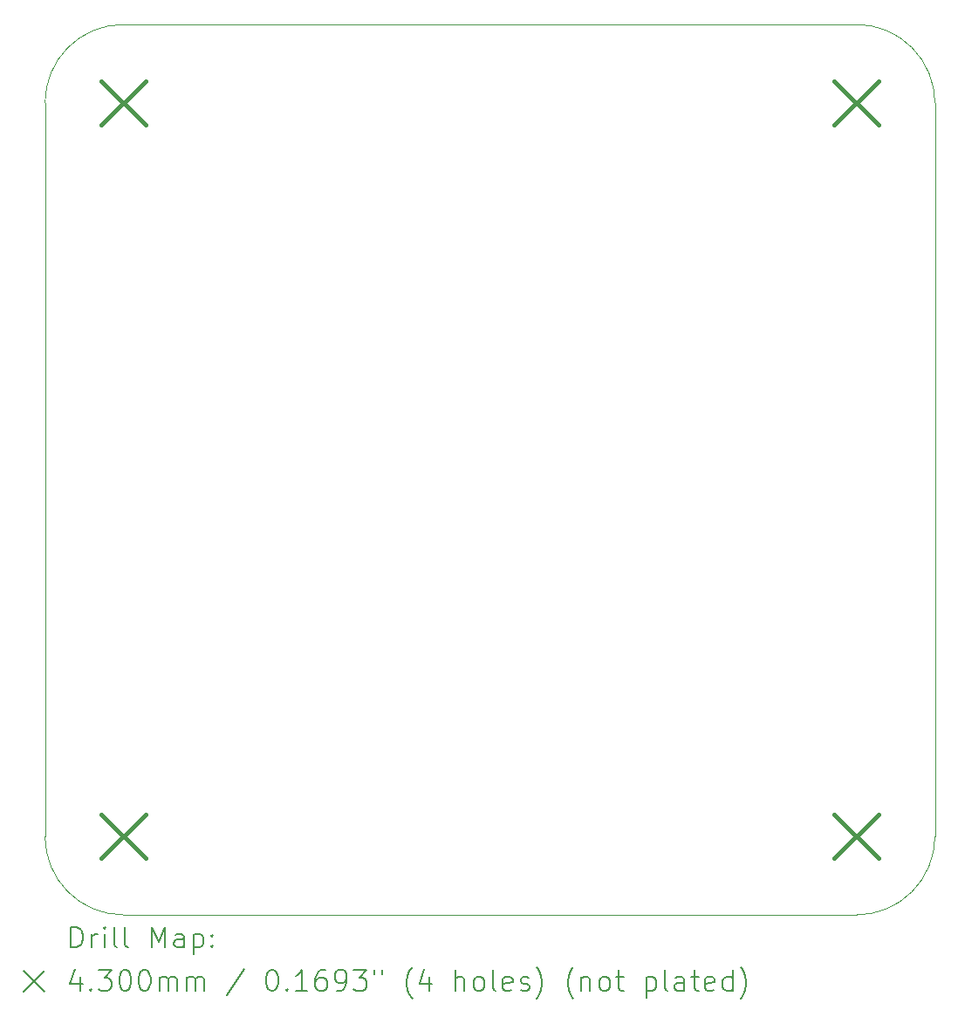
<source format=gbr>
%TF.GenerationSoftware,KiCad,Pcbnew,6.0.11-2627ca5db0~126~ubuntu20.04.1*%
%TF.CreationDate,2023-02-19T14:45:49+01:00*%
%TF.ProjectId,MQTTbug,4d515454-6275-4672-9e6b-696361645f70,rev?*%
%TF.SameCoordinates,Original*%
%TF.FileFunction,Drillmap*%
%TF.FilePolarity,Positive*%
%FSLAX45Y45*%
G04 Gerber Fmt 4.5, Leading zero omitted, Abs format (unit mm)*
G04 Created by KiCad (PCBNEW 6.0.11-2627ca5db0~126~ubuntu20.04.1) date 2023-02-19 14:45:49*
%MOMM*%
%LPD*%
G01*
G04 APERTURE LIST*
%ADD10C,0.100000*%
%ADD11C,0.200000*%
%ADD12C,0.430000*%
G04 APERTURE END LIST*
D10*
X5080000Y-12954000D02*
X5080000Y-5842000D01*
X12954000Y-13716000D02*
G75*
G03*
X13716000Y-12954000I0J762000D01*
G01*
X5842000Y-5080000D02*
G75*
G03*
X5080000Y-5842000I0J-762000D01*
G01*
X5842000Y-5080000D02*
X12954000Y-5080000D01*
X13716000Y-5842000D02*
G75*
G03*
X12954000Y-5080000I-762000J0D01*
G01*
X12954000Y-13716000D02*
X5842000Y-13716000D01*
X5080000Y-12954000D02*
G75*
G03*
X5842000Y-13716000I762000J0D01*
G01*
X13716000Y-5842000D02*
X13716000Y-12954000D01*
D11*
D12*
X5627000Y-5627000D02*
X6057000Y-6057000D01*
X6057000Y-5627000D02*
X5627000Y-6057000D01*
X5627000Y-12739000D02*
X6057000Y-13169000D01*
X6057000Y-12739000D02*
X5627000Y-13169000D01*
X12739000Y-5627000D02*
X13169000Y-6057000D01*
X13169000Y-5627000D02*
X12739000Y-6057000D01*
X12739000Y-12739000D02*
X13169000Y-13169000D01*
X13169000Y-12739000D02*
X12739000Y-13169000D01*
D11*
X5332619Y-14031476D02*
X5332619Y-13831476D01*
X5380238Y-13831476D01*
X5408810Y-13841000D01*
X5427857Y-13860048D01*
X5437381Y-13879095D01*
X5446905Y-13917190D01*
X5446905Y-13945762D01*
X5437381Y-13983857D01*
X5427857Y-14002905D01*
X5408810Y-14021952D01*
X5380238Y-14031476D01*
X5332619Y-14031476D01*
X5532619Y-14031476D02*
X5532619Y-13898143D01*
X5532619Y-13936238D02*
X5542143Y-13917190D01*
X5551667Y-13907667D01*
X5570714Y-13898143D01*
X5589762Y-13898143D01*
X5656428Y-14031476D02*
X5656428Y-13898143D01*
X5656428Y-13831476D02*
X5646905Y-13841000D01*
X5656428Y-13850524D01*
X5665952Y-13841000D01*
X5656428Y-13831476D01*
X5656428Y-13850524D01*
X5780238Y-14031476D02*
X5761190Y-14021952D01*
X5751667Y-14002905D01*
X5751667Y-13831476D01*
X5885000Y-14031476D02*
X5865952Y-14021952D01*
X5856428Y-14002905D01*
X5856428Y-13831476D01*
X6113571Y-14031476D02*
X6113571Y-13831476D01*
X6180238Y-13974333D01*
X6246905Y-13831476D01*
X6246905Y-14031476D01*
X6427857Y-14031476D02*
X6427857Y-13926714D01*
X6418333Y-13907667D01*
X6399286Y-13898143D01*
X6361190Y-13898143D01*
X6342143Y-13907667D01*
X6427857Y-14021952D02*
X6408809Y-14031476D01*
X6361190Y-14031476D01*
X6342143Y-14021952D01*
X6332619Y-14002905D01*
X6332619Y-13983857D01*
X6342143Y-13964809D01*
X6361190Y-13955286D01*
X6408809Y-13955286D01*
X6427857Y-13945762D01*
X6523095Y-13898143D02*
X6523095Y-14098143D01*
X6523095Y-13907667D02*
X6542143Y-13898143D01*
X6580238Y-13898143D01*
X6599286Y-13907667D01*
X6608809Y-13917190D01*
X6618333Y-13936238D01*
X6618333Y-13993381D01*
X6608809Y-14012428D01*
X6599286Y-14021952D01*
X6580238Y-14031476D01*
X6542143Y-14031476D01*
X6523095Y-14021952D01*
X6704048Y-14012428D02*
X6713571Y-14021952D01*
X6704048Y-14031476D01*
X6694524Y-14021952D01*
X6704048Y-14012428D01*
X6704048Y-14031476D01*
X6704048Y-13907667D02*
X6713571Y-13917190D01*
X6704048Y-13926714D01*
X6694524Y-13917190D01*
X6704048Y-13907667D01*
X6704048Y-13926714D01*
X4875000Y-14261000D02*
X5075000Y-14461000D01*
X5075000Y-14261000D02*
X4875000Y-14461000D01*
X5418333Y-14318143D02*
X5418333Y-14451476D01*
X5370714Y-14241952D02*
X5323095Y-14384809D01*
X5446905Y-14384809D01*
X5523095Y-14432428D02*
X5532619Y-14441952D01*
X5523095Y-14451476D01*
X5513571Y-14441952D01*
X5523095Y-14432428D01*
X5523095Y-14451476D01*
X5599286Y-14251476D02*
X5723095Y-14251476D01*
X5656428Y-14327667D01*
X5685000Y-14327667D01*
X5704048Y-14337190D01*
X5713571Y-14346714D01*
X5723095Y-14365762D01*
X5723095Y-14413381D01*
X5713571Y-14432428D01*
X5704048Y-14441952D01*
X5685000Y-14451476D01*
X5627857Y-14451476D01*
X5608809Y-14441952D01*
X5599286Y-14432428D01*
X5846905Y-14251476D02*
X5865952Y-14251476D01*
X5885000Y-14261000D01*
X5894524Y-14270524D01*
X5904048Y-14289571D01*
X5913571Y-14327667D01*
X5913571Y-14375286D01*
X5904048Y-14413381D01*
X5894524Y-14432428D01*
X5885000Y-14441952D01*
X5865952Y-14451476D01*
X5846905Y-14451476D01*
X5827857Y-14441952D01*
X5818333Y-14432428D01*
X5808809Y-14413381D01*
X5799286Y-14375286D01*
X5799286Y-14327667D01*
X5808809Y-14289571D01*
X5818333Y-14270524D01*
X5827857Y-14261000D01*
X5846905Y-14251476D01*
X6037381Y-14251476D02*
X6056428Y-14251476D01*
X6075476Y-14261000D01*
X6085000Y-14270524D01*
X6094524Y-14289571D01*
X6104048Y-14327667D01*
X6104048Y-14375286D01*
X6094524Y-14413381D01*
X6085000Y-14432428D01*
X6075476Y-14441952D01*
X6056428Y-14451476D01*
X6037381Y-14451476D01*
X6018333Y-14441952D01*
X6008809Y-14432428D01*
X5999286Y-14413381D01*
X5989762Y-14375286D01*
X5989762Y-14327667D01*
X5999286Y-14289571D01*
X6008809Y-14270524D01*
X6018333Y-14261000D01*
X6037381Y-14251476D01*
X6189762Y-14451476D02*
X6189762Y-14318143D01*
X6189762Y-14337190D02*
X6199286Y-14327667D01*
X6218333Y-14318143D01*
X6246905Y-14318143D01*
X6265952Y-14327667D01*
X6275476Y-14346714D01*
X6275476Y-14451476D01*
X6275476Y-14346714D02*
X6285000Y-14327667D01*
X6304048Y-14318143D01*
X6332619Y-14318143D01*
X6351667Y-14327667D01*
X6361190Y-14346714D01*
X6361190Y-14451476D01*
X6456428Y-14451476D02*
X6456428Y-14318143D01*
X6456428Y-14337190D02*
X6465952Y-14327667D01*
X6485000Y-14318143D01*
X6513571Y-14318143D01*
X6532619Y-14327667D01*
X6542143Y-14346714D01*
X6542143Y-14451476D01*
X6542143Y-14346714D02*
X6551667Y-14327667D01*
X6570714Y-14318143D01*
X6599286Y-14318143D01*
X6618333Y-14327667D01*
X6627857Y-14346714D01*
X6627857Y-14451476D01*
X7018333Y-14241952D02*
X6846905Y-14499095D01*
X7275476Y-14251476D02*
X7294524Y-14251476D01*
X7313571Y-14261000D01*
X7323095Y-14270524D01*
X7332619Y-14289571D01*
X7342143Y-14327667D01*
X7342143Y-14375286D01*
X7332619Y-14413381D01*
X7323095Y-14432428D01*
X7313571Y-14441952D01*
X7294524Y-14451476D01*
X7275476Y-14451476D01*
X7256428Y-14441952D01*
X7246905Y-14432428D01*
X7237381Y-14413381D01*
X7227857Y-14375286D01*
X7227857Y-14327667D01*
X7237381Y-14289571D01*
X7246905Y-14270524D01*
X7256428Y-14261000D01*
X7275476Y-14251476D01*
X7427857Y-14432428D02*
X7437381Y-14441952D01*
X7427857Y-14451476D01*
X7418333Y-14441952D01*
X7427857Y-14432428D01*
X7427857Y-14451476D01*
X7627857Y-14451476D02*
X7513571Y-14451476D01*
X7570714Y-14451476D02*
X7570714Y-14251476D01*
X7551667Y-14280048D01*
X7532619Y-14299095D01*
X7513571Y-14308619D01*
X7799286Y-14251476D02*
X7761190Y-14251476D01*
X7742143Y-14261000D01*
X7732619Y-14270524D01*
X7713571Y-14299095D01*
X7704048Y-14337190D01*
X7704048Y-14413381D01*
X7713571Y-14432428D01*
X7723095Y-14441952D01*
X7742143Y-14451476D01*
X7780238Y-14451476D01*
X7799286Y-14441952D01*
X7808809Y-14432428D01*
X7818333Y-14413381D01*
X7818333Y-14365762D01*
X7808809Y-14346714D01*
X7799286Y-14337190D01*
X7780238Y-14327667D01*
X7742143Y-14327667D01*
X7723095Y-14337190D01*
X7713571Y-14346714D01*
X7704048Y-14365762D01*
X7913571Y-14451476D02*
X7951667Y-14451476D01*
X7970714Y-14441952D01*
X7980238Y-14432428D01*
X7999286Y-14403857D01*
X8008809Y-14365762D01*
X8008809Y-14289571D01*
X7999286Y-14270524D01*
X7989762Y-14261000D01*
X7970714Y-14251476D01*
X7932619Y-14251476D01*
X7913571Y-14261000D01*
X7904048Y-14270524D01*
X7894524Y-14289571D01*
X7894524Y-14337190D01*
X7904048Y-14356238D01*
X7913571Y-14365762D01*
X7932619Y-14375286D01*
X7970714Y-14375286D01*
X7989762Y-14365762D01*
X7999286Y-14356238D01*
X8008809Y-14337190D01*
X8075476Y-14251476D02*
X8199286Y-14251476D01*
X8132619Y-14327667D01*
X8161190Y-14327667D01*
X8180238Y-14337190D01*
X8189762Y-14346714D01*
X8199286Y-14365762D01*
X8199286Y-14413381D01*
X8189762Y-14432428D01*
X8180238Y-14441952D01*
X8161190Y-14451476D01*
X8104048Y-14451476D01*
X8085000Y-14441952D01*
X8075476Y-14432428D01*
X8275476Y-14251476D02*
X8275476Y-14289571D01*
X8351667Y-14251476D02*
X8351667Y-14289571D01*
X8646905Y-14527667D02*
X8637381Y-14518143D01*
X8618333Y-14489571D01*
X8608810Y-14470524D01*
X8599286Y-14441952D01*
X8589762Y-14394333D01*
X8589762Y-14356238D01*
X8599286Y-14308619D01*
X8608810Y-14280048D01*
X8618333Y-14261000D01*
X8637381Y-14232428D01*
X8646905Y-14222905D01*
X8808810Y-14318143D02*
X8808810Y-14451476D01*
X8761190Y-14241952D02*
X8713571Y-14384809D01*
X8837381Y-14384809D01*
X9065952Y-14451476D02*
X9065952Y-14251476D01*
X9151667Y-14451476D02*
X9151667Y-14346714D01*
X9142143Y-14327667D01*
X9123095Y-14318143D01*
X9094524Y-14318143D01*
X9075476Y-14327667D01*
X9065952Y-14337190D01*
X9275476Y-14451476D02*
X9256429Y-14441952D01*
X9246905Y-14432428D01*
X9237381Y-14413381D01*
X9237381Y-14356238D01*
X9246905Y-14337190D01*
X9256429Y-14327667D01*
X9275476Y-14318143D01*
X9304048Y-14318143D01*
X9323095Y-14327667D01*
X9332619Y-14337190D01*
X9342143Y-14356238D01*
X9342143Y-14413381D01*
X9332619Y-14432428D01*
X9323095Y-14441952D01*
X9304048Y-14451476D01*
X9275476Y-14451476D01*
X9456429Y-14451476D02*
X9437381Y-14441952D01*
X9427857Y-14422905D01*
X9427857Y-14251476D01*
X9608810Y-14441952D02*
X9589762Y-14451476D01*
X9551667Y-14451476D01*
X9532619Y-14441952D01*
X9523095Y-14422905D01*
X9523095Y-14346714D01*
X9532619Y-14327667D01*
X9551667Y-14318143D01*
X9589762Y-14318143D01*
X9608810Y-14327667D01*
X9618333Y-14346714D01*
X9618333Y-14365762D01*
X9523095Y-14384809D01*
X9694524Y-14441952D02*
X9713571Y-14451476D01*
X9751667Y-14451476D01*
X9770714Y-14441952D01*
X9780238Y-14422905D01*
X9780238Y-14413381D01*
X9770714Y-14394333D01*
X9751667Y-14384809D01*
X9723095Y-14384809D01*
X9704048Y-14375286D01*
X9694524Y-14356238D01*
X9694524Y-14346714D01*
X9704048Y-14327667D01*
X9723095Y-14318143D01*
X9751667Y-14318143D01*
X9770714Y-14327667D01*
X9846905Y-14527667D02*
X9856429Y-14518143D01*
X9875476Y-14489571D01*
X9885000Y-14470524D01*
X9894524Y-14441952D01*
X9904048Y-14394333D01*
X9904048Y-14356238D01*
X9894524Y-14308619D01*
X9885000Y-14280048D01*
X9875476Y-14261000D01*
X9856429Y-14232428D01*
X9846905Y-14222905D01*
X10208810Y-14527667D02*
X10199286Y-14518143D01*
X10180238Y-14489571D01*
X10170714Y-14470524D01*
X10161190Y-14441952D01*
X10151667Y-14394333D01*
X10151667Y-14356238D01*
X10161190Y-14308619D01*
X10170714Y-14280048D01*
X10180238Y-14261000D01*
X10199286Y-14232428D01*
X10208810Y-14222905D01*
X10285000Y-14318143D02*
X10285000Y-14451476D01*
X10285000Y-14337190D02*
X10294524Y-14327667D01*
X10313571Y-14318143D01*
X10342143Y-14318143D01*
X10361190Y-14327667D01*
X10370714Y-14346714D01*
X10370714Y-14451476D01*
X10494524Y-14451476D02*
X10475476Y-14441952D01*
X10465952Y-14432428D01*
X10456429Y-14413381D01*
X10456429Y-14356238D01*
X10465952Y-14337190D01*
X10475476Y-14327667D01*
X10494524Y-14318143D01*
X10523095Y-14318143D01*
X10542143Y-14327667D01*
X10551667Y-14337190D01*
X10561190Y-14356238D01*
X10561190Y-14413381D01*
X10551667Y-14432428D01*
X10542143Y-14441952D01*
X10523095Y-14451476D01*
X10494524Y-14451476D01*
X10618333Y-14318143D02*
X10694524Y-14318143D01*
X10646905Y-14251476D02*
X10646905Y-14422905D01*
X10656429Y-14441952D01*
X10675476Y-14451476D01*
X10694524Y-14451476D01*
X10913571Y-14318143D02*
X10913571Y-14518143D01*
X10913571Y-14327667D02*
X10932619Y-14318143D01*
X10970714Y-14318143D01*
X10989762Y-14327667D01*
X10999286Y-14337190D01*
X11008810Y-14356238D01*
X11008810Y-14413381D01*
X10999286Y-14432428D01*
X10989762Y-14441952D01*
X10970714Y-14451476D01*
X10932619Y-14451476D01*
X10913571Y-14441952D01*
X11123095Y-14451476D02*
X11104048Y-14441952D01*
X11094524Y-14422905D01*
X11094524Y-14251476D01*
X11285000Y-14451476D02*
X11285000Y-14346714D01*
X11275476Y-14327667D01*
X11256428Y-14318143D01*
X11218333Y-14318143D01*
X11199286Y-14327667D01*
X11285000Y-14441952D02*
X11265952Y-14451476D01*
X11218333Y-14451476D01*
X11199286Y-14441952D01*
X11189762Y-14422905D01*
X11189762Y-14403857D01*
X11199286Y-14384809D01*
X11218333Y-14375286D01*
X11265952Y-14375286D01*
X11285000Y-14365762D01*
X11351667Y-14318143D02*
X11427857Y-14318143D01*
X11380238Y-14251476D02*
X11380238Y-14422905D01*
X11389762Y-14441952D01*
X11408809Y-14451476D01*
X11427857Y-14451476D01*
X11570714Y-14441952D02*
X11551667Y-14451476D01*
X11513571Y-14451476D01*
X11494524Y-14441952D01*
X11485000Y-14422905D01*
X11485000Y-14346714D01*
X11494524Y-14327667D01*
X11513571Y-14318143D01*
X11551667Y-14318143D01*
X11570714Y-14327667D01*
X11580238Y-14346714D01*
X11580238Y-14365762D01*
X11485000Y-14384809D01*
X11751667Y-14451476D02*
X11751667Y-14251476D01*
X11751667Y-14441952D02*
X11732619Y-14451476D01*
X11694524Y-14451476D01*
X11675476Y-14441952D01*
X11665952Y-14432428D01*
X11656428Y-14413381D01*
X11656428Y-14356238D01*
X11665952Y-14337190D01*
X11675476Y-14327667D01*
X11694524Y-14318143D01*
X11732619Y-14318143D01*
X11751667Y-14327667D01*
X11827857Y-14527667D02*
X11837381Y-14518143D01*
X11856428Y-14489571D01*
X11865952Y-14470524D01*
X11875476Y-14441952D01*
X11885000Y-14394333D01*
X11885000Y-14356238D01*
X11875476Y-14308619D01*
X11865952Y-14280048D01*
X11856428Y-14261000D01*
X11837381Y-14232428D01*
X11827857Y-14222905D01*
M02*

</source>
